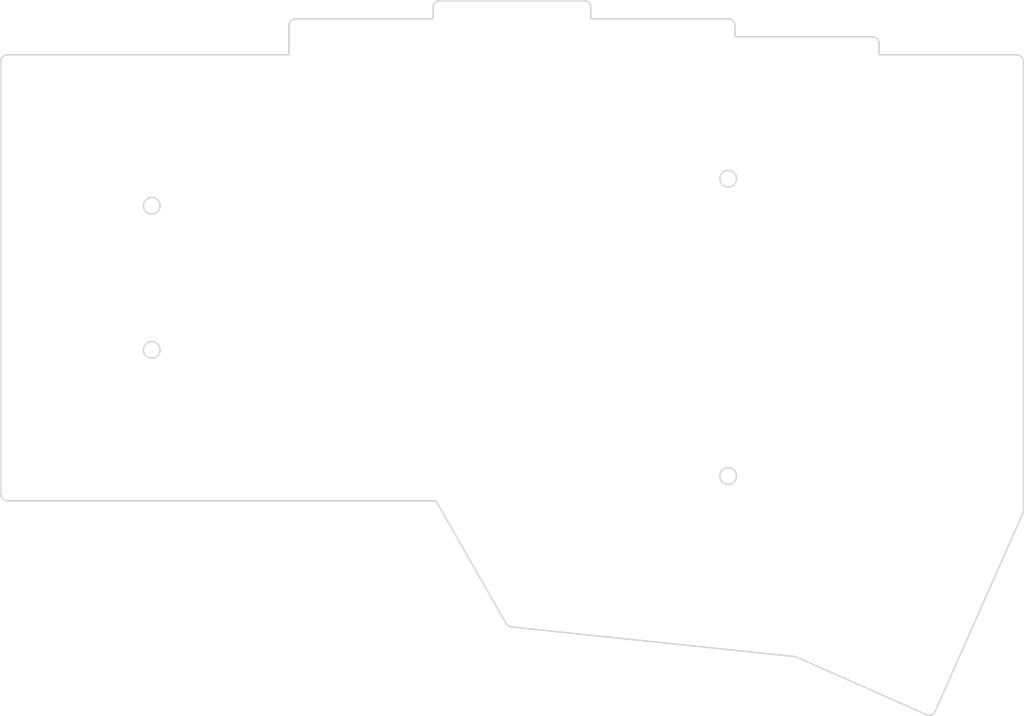
<source format=kicad_pcb>
(kicad_pcb (version 20221018) (generator pcbnew)

  (general
    (thickness 1.6)
  )

  (paper "A4")
  (title_block
    (date "2023-12-04")
  )

  (layers
    (0 "F.Cu" signal)
    (31 "B.Cu" signal)
    (32 "B.Adhes" user "B.Adhesive")
    (33 "F.Adhes" user "F.Adhesive")
    (34 "B.Paste" user)
    (35 "F.Paste" user)
    (36 "B.SilkS" user "B.Silkscreen")
    (37 "F.SilkS" user "F.Silkscreen")
    (38 "B.Mask" user)
    (39 "F.Mask" user)
    (40 "Dwgs.User" user "User.Drawings")
    (41 "Cmts.User" user "User.Comments")
    (42 "Eco1.User" user "User.Eco1")
    (43 "Eco2.User" user "User.Eco2")
    (44 "Edge.Cuts" user)
    (45 "Margin" user)
    (46 "B.CrtYd" user "B.Courtyard")
    (47 "F.CrtYd" user "F.Courtyard")
    (48 "B.Fab" user)
    (49 "F.Fab" user)
  )

  (setup
    (pad_to_mask_clearance 0.2)
    (aux_axis_origin 174 65.7)
    (grid_origin -4.262502 -16.16875)
    (pcbplotparams
      (layerselection 0x00010f0_ffffffff)
      (plot_on_all_layers_selection 0x0000000_00000000)
      (disableapertmacros false)
      (usegerberextensions true)
      (usegerberattributes false)
      (usegerberadvancedattributes false)
      (creategerberjobfile false)
      (dashed_line_dash_ratio 12.000000)
      (dashed_line_gap_ratio 3.000000)
      (svgprecision 6)
      (plotframeref false)
      (viasonmask false)
      (mode 1)
      (useauxorigin false)
      (hpglpennumber 1)
      (hpglpenspeed 20)
      (hpglpendiameter 15.000000)
      (dxfpolygonmode true)
      (dxfimperialunits true)
      (dxfusepcbnewfont true)
      (psnegative false)
      (psa4output false)
      (plotreference true)
      (plotvalue true)
      (plotinvisibletext false)
      (sketchpadsonfab false)
      (subtractmaskfromsilk false)
      (outputformat 1)
      (mirror false)
      (drillshape 0)
      (scaleselection 1)
      (outputdirectory "../../../../../../../Desktop/2020-08-15/jlcpcb/corne-top/")
    )
  )

  (net 0 "")

  (gr_curve (pts (xy -23.647391 -19.346015) (xy -23.566161 -19.277964) (xy -23.485437 -19.186319) (xy -23.426646 -19.073115))
    (stroke (width 0.2) (type solid)) (layer "Edge.Cuts") (tstamp 013138bd-a07b-4f69-b925-a06615e90efc))
  (gr_curve (pts (xy -23.937766 -19.506396) (xy -23.831657 -19.473167) (xy -23.735679 -19.419979) (xy -23.647391 -19.346015))
    (stroke (width 0.2) (type solid)) (layer "Edge.Cuts") (tstamp 04bcc68e-e060-4271-ac03-283919510c2a))
  (gr_circle (center -119.462454 21.829734) (end -118.362454 21.829734)
    (stroke (width 0.2) (type solid)) (fill none) (layer "Edge.Cuts") (tstamp 075fe4e4-817a-4a08-9a49-5185d9d2396f))
  (gr_curve (pts (xy -72.494656 58.173713) (xy -72.558918 58.099914) (xy -72.603066 58.022656) (xy -72.644369 57.950377))
    (stroke (width 0.2) (type solid)) (layer "Edge.Cuts") (tstamp 09c7571e-35d0-48f0-a217-046e03ddf301))
  (gr_line (start -34.384336 62.369967) (end -17.186286 69.984068)
    (stroke (width 0.2) (type solid)) (layer "Edge.Cuts") (tstamp 0d5a3348-b007-4389-bf4f-3fe9bb6443b8))
  (gr_line (start -82.278346 -23.314276) (end -82.278346 -21.933004)
    (stroke (width 0.2) (type solid)) (layer "Edge.Cuts") (tstamp 10822e78-c8fc-49a7-a73e-74c490716b1c))
  (gr_circle (center -119.462454 2.779733) (end -118.362454 2.779733)
    (stroke (width 0.2) (type solid)) (fill none) (layer "Edge.Cuts") (tstamp 113480db-3e24-43db-9fc9-5377c192b779))
  (gr_curve (pts (xy -138.412456 41.779738) (xy -138.533959 41.779738) (xy -138.663795 41.779738) (xy -138.803036 41.736134))
    (stroke (width 0.2) (type solid)) (layer "Edge.Cuts") (tstamp 11a5df2d-f769-4ff7-a023-2676cac28fb8))
  (gr_circle (center -43.278346 38.498363) (end -42.178346 38.498363)
    (stroke (width 0.2) (type solid)) (fill none) (layer "Edge.Cuts") (tstamp 155efd52-e4b6-486a-86ab-c174bf4a8f2c))
  (gr_line (start -43.378346 -21.934461) (end -61.428346 -21.934461)
    (stroke (width 0.2) (type solid)) (layer "Edge.Cuts") (tstamp 1607ff18-5569-4449-8ede-9ae022fc5dd0))
  (gr_line (start -71.880134 58.448814) (end -34.384336 62.369967)
    (stroke (width 0.2) (type solid)) (layer "Edge.Cuts") (tstamp 169a1c12-ba0e-4231-aaf2-03eba4a50a04))
  (gr_line (start -139.412463 -16.170415) (end -139.412456 40.779738)
    (stroke (width 0.2) (type solid)) (layer "Edge.Cuts") (tstamp 1cb5779c-8572-475d-9542-a6ecc469ced9))
  (gr_curve (pts (xy -23.342835 -18.814915) (xy -23.328346 -18.722579) (xy -23.328346 -18.634824) (xy -23.328346 -18.55))
    (stroke (width 0.2) (type solid)) (layer "Edge.Cuts") (tstamp 1eb7f74c-17c7-47d4-ae27-66bc46eb2421))
  (gr_line (start -23.328346 -17.16875) (end -23.328346 -18.55)
    (stroke (width 0.2) (type solid)) (layer "Edge.Cuts") (tstamp 1eef421e-0070-4420-87c3-bba1ac182f7e))
  (gr_curve (pts (xy -100.851461 -21.834704) (xy -100.758397 -21.883036) (xy -100.670244 -21.906435) (xy -100.593261 -21.918515))
    (stroke (width 0.2) (type solid)) (layer "Edge.Cuts") (tstamp 23534cf5-abda-48c5-9285-c12f45b3f5fd))
  (gr_curve (pts (xy -139.093411 41.575753) (xy -139.174641 41.507702) (xy -139.255365 41.416057) (xy -139.314156 41.302853))
    (stroke (width 0.2) (type solid)) (layer "Edge.Cuts") (tstamp 2ea9b89b-c0c3-43a4-8663-c8f6d4240503))
  (gr_curve (pts (xy -16.938184 70.078065) (xy -17.02848 70.053933) (xy -17.108723 70.018407) (xy -17.186286 69.984068))
    (stroke (width 0.2) (type solid)) (layer "Edge.Cuts") (tstamp 2ec641cd-5eb9-498c-951a-22b4f79c976e))
  (gr_line (start -15.867064 69.474505) (end -4.34811 43.456521)
    (stroke (width 0.2) (type solid)) (layer "Edge.Cuts") (tstamp 2fb202ed-7517-414e-9171-e0ea0e76e12c))
  (gr_curve (pts (xy -4.581548 -16.964765) (xy -4.500318 -16.896714) (xy -4.419594 -16.805069) (xy -4.360803 -16.691865))
    (stroke (width 0.2) (type solid)) (layer "Edge.Cuts") (tstamp 343c81f6-bdeb-4bec-af6d-917a1a19d59c))
  (gr_curve (pts (xy -42.392835 -21.199376) (xy -42.378346 -21.10704) (xy -42.378346 -21.019285) (xy -42.378346 -20.934461))
    (stroke (width 0.2) (type solid)) (layer "Edge.Cuts") (tstamp 35a78bbe-38d7-4dab-85e3-c7aef4901f08))
  (gr_line (start -42.378346 -19.55) (end -42.378346 -20.934461)
    (stroke (width 0.2) (type solid)) (layer "Edge.Cuts") (tstamp 36d83389-91a9-4ee1-a524-e5fba7332450))
  (gr_curve (pts (xy -101.284742 -21.323584) (xy -101.251513 -21.429692) (xy -101.198325 -21.52567) (xy -101.124361 -21.613959))
    (stroke (width 0.2) (type solid)) (layer "Edge.Cuts") (tstamp 38ab811d-d23d-4bfc-8d44-7516983b502c))
  (gr_curve (pts (xy -4.360803 -16.691865) (xy -4.312471 -16.598801) (xy -4.289072 -16.510648) (xy -4.276992 -16.433665))
    (stroke (width 0.2) (type solid)) (layer "Edge.Cuts") (tstamp 3969b5ca-dbba-4f86-8bca-685466109488))
  (gr_curve (pts (xy -138.935579 -17.072115) (xy -138.842516 -17.120446) (xy -138.754364 -17.143845) (xy -138.677381 -17.155925))
    (stroke (width 0.2) (type solid)) (layer "Edge.Cuts") (tstamp 40eaa94a-298d-46cf-a2ad-300b2cb40431))
  (gr_curve (pts (xy -4.262502 43.051692) (xy -4.262502 43.114725) (xy -4.262502 43.181926) (xy -4.278945 43.259681))
    (stroke (width 0.2) (type solid)) (layer "Edge.Cuts") (tstamp 4130d188-2d8b-4df6-ad71-155054346348))
  (gr_curve (pts (xy -62.428346 -24.314276) (xy -62.306843 -24.314276) (xy -62.177007 -24.314276) (xy -62.037766 -24.270672))
    (stroke (width 0.2) (type solid)) (layer "Edge.Cuts") (tstamp 54382cf9-e327-4549-bc57-a1618ceb9de3))
  (gr_curve (pts (xy -82.278346 -23.314276) (xy -82.278346 -23.435778) (xy -82.278346 -23.565614) (xy -82.234742 -23.704855))
    (stroke (width 0.2) (type solid)) (layer "Edge.Cuts") (tstamp 568bef73-a6da-4ebc-b842-79eb2c3f793c))
  (gr_curve (pts (xy -4.278945 43.259681) (xy -4.295387 43.337436) (xy -4.322593 43.398884) (xy -4.34811 43.456521))
    (stroke (width 0.2) (type solid)) (layer "Edge.Cuts") (tstamp 58e3f1bb-fd80-486d-9fa0-2ce94c82c01d))
  (gr_curve (pts (xy -42.697391 -21.730476) (xy -42.616161 -21.662426) (xy -42.535437 -21.57078) (xy -42.476646 -21.457576))
    (stroke (width 0.2) (type solid)) (layer "Edge.Cuts") (tstamp 58ea657f-0e78-4dec-966c-2323dab3bfc8))
  (gr_curve (pts (xy -139.397967 41.044653) (xy -139.412456 40.952317) (xy -139.412456 40.864562) (xy -139.412456 40.779738))
    (stroke (width 0.2) (type solid)) (layer "Edge.Cuts") (tstamp 5970026b-6290-45c4-8f50-8722ad144419))
  (gr_curve (pts (xy -100.593261 -21.918515) (xy -100.500925 -21.933004) (xy -100.41317 -21.933004) (xy -100.328346 -21.933004))
    (stroke (width 0.2) (type solid)) (layer "Edge.Cuts") (tstamp 5eea7b50-c0cb-4f85-97ad-4781f1d82bba))
  (gr_line (start -101.328346 -17.170632) (end -138.412469 -17.170415)
    (stroke (width 0.2) (type solid)) (layer "Edge.Cuts") (tstamp 6303a815-0292-4de7-91d3-d701cfcfbf98))
  (gr_curve (pts (xy -16.668158 70.105955) (xy -16.772821 70.112475) (xy -16.862901 70.098184) (xy -16.938184 70.078065))
    (stroke (width 0.2) (type solid)) (layer "Edge.Cuts") (tstamp 639a303b-f59c-4d5c-96c0-e443b8693c80))
  (gr_curve (pts (xy -61.747391 -24.110291) (xy -61.666161 -24.04224) (xy -61.585437 -23.950595) (xy -61.526646 -23.837391))
    (stroke (width 0.2) (type solid)) (layer "Edge.Cuts") (tstamp 696d3fdd-a4d4-48d3-9e67-32cb6acc250e))
  (gr_curve (pts (xy -16.329257 70.014586) (xy -16.424365 70.061313) (xy -16.540845 70.098025) (xy -16.668158 70.105955))
    (stroke (width 0.2) (type solid)) (layer "Edge.Cuts") (tstamp 6aec57fc-9433-47e5-a07a-ee6993e1fa89))
  (gr_curve (pts (xy -101.328346 -20.933004) (xy -101.328346 -21.054507) (xy -101.328346 -21.184343) (xy -101.284742 -21.323584))
    (stroke (width 0.2) (type solid)) (layer "Edge.Cuts") (tstamp 6c649f7d-38c3-4623-816b-0b6c58a280e4))
  (gr_curve (pts (xy -82.234742 -23.704855) (xy -82.201513 -23.810964) (xy -82.148325 -23.906942) (xy -82.074361 -23.99523))
    (stroke (width 0.2) (type solid)) (layer "Edge.Cuts") (tstamp 70a474bb-914e-4989-8f71-ae302040d55e))
  (gr_curve (pts (xy -138.803036 41.736134) (xy -138.909145 41.702905) (xy -139.005123 41.649717) (xy -139.093411 41.575753))
    (stroke (width 0.2) (type solid)) (layer "Edge.Cuts") (tstamp 7472bf71-4073-4a1b-9906-0af13e6ba7bd))
  (gr_line (start -138.412456 41.779738) (end -81.884744 41.779734)
    (stroke (width 0.2) (type solid)) (layer "Edge.Cuts") (tstamp 7aba5f35-327f-4f16-baa6-468f00ec54d1))
  (gr_curve (pts (xy -43.378346 -21.934461) (xy -43.256843 -21.934461) (xy -43.127007 -21.934461) (xy -42.987766 -21.890857))
    (stroke (width 0.2) (type solid)) (layer "Edge.Cuts") (tstamp 7e853a9a-aa4e-41cd-a113-7014a6a181bb))
  (gr_curve (pts (xy -15.867064 69.474505) (xy -15.916252 69.585606) (xy -15.968813 69.704327) (xy -16.065053 69.813996))
    (stroke (width 0.2) (type solid)) (layer "Edge.Cuts") (tstamp 87d576c9-6e32-4384-b209-4242d617159d))
  (gr_curve (pts (xy -101.124361 -21.613959) (xy -101.05631 -21.695189) (xy -100.964665 -21.775913) (xy -100.851461 -21.834704))
    (stroke (width 0.2) (type solid)) (layer "Edge.Cuts") (tstamp 89045f02-020b-4af1-9fd4-7bce95951d05))
  (gr_curve (pts (xy -139.314156 41.302853) (xy -139.362488 41.209789) (xy -139.385887 41.121636) (xy -139.397967 41.044653))
    (stroke (width 0.2) (type solid)) (layer "Edge.Cuts") (tstamp 8b64b242-3dfb-40a6-a1d1-fb517f57b1f9))
  (gr_circle (center -43.271782 -0.794121) (end -42.171782 -0.794121)
    (stroke (width 0.2) (type solid)) (fill none) (layer "Edge.Cuts") (tstamp 922c5431-d273-4ec6-a853-08cf4772cd37))
  (gr_curve (pts (xy -82.074361 -23.99523) (xy -82.00631 -24.07646) (xy -81.914665 -24.157184) (xy -81.801461 -24.215975))
    (stroke (width 0.2) (type solid)) (layer "Edge.Cuts") (tstamp 9981307f-e63c-4523-a911-d749c7369bd7))
  (gr_line (start -5.262502 -17.16875) (end -23.328346 -17.16875)
    (stroke (width 0.2) (type solid)) (layer "Edge.Cuts") (tstamp 99af9178-e239-46b3-826a-917b89a3f71c))
  (gr_curve (pts (xy -62.037766 -24.270672) (xy -61.931657 -24.237443) (xy -61.835679 -24.184255) (xy -61.747391 -24.110291))
    (stroke (width 0.2) (type solid)) (layer "Edge.Cuts") (tstamp a6c6f6de-4896-4e27-ad8e-10c27eff51fc))
  (gr_curve (pts (xy -61.526646 -23.837391) (xy -61.478314 -23.744327) (xy -61.454915 -23.656174) (xy -61.442835 -23.579191))
    (stroke (width 0.2) (type solid)) (layer "Edge.Cuts") (tstamp ab6e194f-bb4f-4427-9414-aba76bb9e4e6))
  (gr_curve (pts (xy -23.426646 -19.073115) (xy -23.378314 -18.980051) (xy -23.354915 -18.891898) (xy -23.342835 -18.814915))
    (stroke (width 0.2) (type solid)) (layer "Edge.Cuts") (tstamp afa60578-e291-4ec8-ac8d-d552933ad48e))
  (gr_curve (pts (xy -139.368859 -16.560995) (xy -139.33563 -16.667103) (xy -139.282442 -16.763081) (xy -139.208478 -16.85137))
    (stroke (width 0.2) (type solid)) (layer "Edge.Cuts") (tstamp afdc477c-3186-4008-89db-08e3777f5095))
  (gr_curve (pts (xy -71.880134 58.448814) (xy -71.995575 58.436742) (xy -72.128245 58.422868) (xy -72.26615 58.352736))
    (stroke (width 0.2) (type solid)) (layer "Edge.Cuts") (tstamp b0e58c18-07b7-4090-a93b-8daaa5bdcb58))
  (gr_curve (pts (xy -81.801461 -24.215975) (xy -81.708397 -24.264307) (xy -81.620244 -24.287706) (xy -81.543261 -24.299786))
    (stroke (width 0.2) (type solid)) (layer "Edge.Cuts") (tstamp b128eac5-0efa-4e2e-8874-9ffe0a2f3e36))
  (gr_curve (pts (xy -5.262502 -17.16875) (xy -5.141 -17.16875) (xy -5.011164 -17.16875) (xy -4.871923 -17.125146))
    (stroke (width 0.2) (type solid)) (layer "Edge.Cuts") (tstamp bd381829-3816-4bd7-9beb-91c24f1ca76f))
  (gr_line (start -61.428346 -21.934461) (end -61.428346 -23.314276)
    (stroke (width 0.2) (type solid)) (layer "Edge.Cuts") (tstamp bd8c4883-9a5b-4e57-a501-55b0c2574204))
  (gr_curve (pts (xy -42.476646 -21.457576) (xy -42.428314 -21.364512) (xy -42.404915 -21.276359) (xy -42.392835 -21.199376))
    (stroke (width 0.2) (type solid)) (layer "Edge.Cuts") (tstamp be293f86-4b3a-4987-9bd5-72e14080ac3f))
  (gr_line (start -101.328346 -20.933004) (end -101.328346 -17.170632)
    (stroke (width 0.2) (type solid)) (layer "Edge.Cuts") (tstamp c418c5ce-0273-4992-aad4-9202a8414649))
  (gr_curve (pts (xy -138.677381 -17.155925) (xy -138.585046 -17.170414) (xy -138.497292 -17.170415) (xy -138.412469 -17.170415))
    (stroke (width 0.2) (type solid)) (layer "Edge.Cuts") (tstamp c63015ad-fc40-4dde-9bef-54e767c72610))
  (gr_curve (pts (xy -81.543261 -24.299786) (xy -81.450925 -24.314276) (xy -81.36317 -24.314276) (xy -81.278346 -24.314276))
    (stroke (width 0.2) (type solid)) (layer "Edge.Cuts") (tstamp c8458348-ed2b-42e0-a935-f4b53d39697a))
  (gr_line (start -82.278346 -21.933004) (end -100.328346 -21.933004)
    (stroke (width 0.2) (type solid)) (layer "Edge.Cuts") (tstamp c8eea5d2-e8b0-41cb-bb28-40e36378b2a3))
  (gr_line (start -62.428346 -24.314276) (end -81.278346 -24.314276)
    (stroke (width 0.2) (type solid)) (layer "Edge.Cuts") (tstamp cd41097f-1626-4239-a04b-3efcf436c2b0))
  (gr_line (start -4.262502 43.051692) (end -4.262502 -16.16875)
    (stroke (width 0.2) (type solid)) (layer "Edge.Cuts") (tstamp da9a944e-8fcb-480c-b6a0-df8ace7c21cc))
  (gr_line (start -81.884744 41.779734) (end -72.644369 57.950377)
    (stroke (width 0.2) (type solid)) (layer "Edge.Cuts") (tstamp de99050e-108f-4fa6-9095-0be495577e66))
  (gr_curve (pts (xy -16.065053 69.813996) (xy -16.138393 69.897569) (xy -16.225883 69.963798) (xy -16.329257 70.014586))
    (stroke (width 0.2) (type solid)) (layer "Edge.Cuts") (tstamp e2e2e58d-67ef-4de6-8540-7aced1fe8fc6))
  (gr_curve (pts (xy -42.987766 -21.890857) (xy -42.881657 -21.857629) (xy -42.785679 -21.80444) (xy -42.697391 -21.730476))
    (stroke (width 0.2) (type solid)) (layer "Edge.Cuts") (tstamp e65c90e8-c263-4a7a-9e7f-40e4911e6c54))
  (gr_line (start -24.328346 -19.55) (end -42.378346 -19.55)
    (stroke (width 0.2) (type solid)) (layer "Edge.Cuts") (tstamp ecb5fcdb-66e6-4f4e-9632-dcf874f74bef))
  (gr_curve (pts (xy -4.871923 -17.125146) (xy -4.765814 -17.091917) (xy -4.669836 -17.038729) (xy -4.581548 -16.964765))
    (stroke (width 0.2) (type solid)) (layer "Edge.Cuts") (tstamp ee2eacaa-592c-45c3-8916-1e5064f54448))
  (gr_curve (pts (xy -139.412463 -16.170415) (xy -139.412463 -16.291918) (xy -139.412463 -16.421753) (xy -139.368859 -16.560995))
    (stroke (width 0.2) (type solid)) (layer "Edge.Cuts") (tstamp efaccb53-d2c8-4a25-b1bb-d9b0f0c4b092))
  (gr_curve (pts (xy -139.208478 -16.85137) (xy -139.140428 -16.932599) (xy -139.048782 -17.013323) (xy -138.935579 -17.072115))
    (stroke (width 0.2) (type solid)) (layer "Edge.Cuts") (tstamp f0aa14f1-8995-41ab-b48c-5f2c61e32113))
  (gr_curve (pts (xy -72.26615 58.352736) (xy -72.332835 58.318823) (xy -72.414574 58.265679) (xy -72.494656 58.173713))
    (stroke (width 0.2) (type solid)) (layer "Edge.Cuts") (tstamp f3316d58-9831-4455-9d4b-50f8415987f3))
  (gr_curve (pts (xy -4.276992 -16.433665) (xy -4.262502 -16.341329) (xy -4.262502 -16.253574) (xy -4.262502 -16.16875))
    (stroke (width 0.2) (type solid)) (layer "Edge.Cuts") (tstamp fb798b69-692b-4b5c-a564-f76eae7f55a0))
  (gr_curve (pts (xy -24.328346 -19.55) (xy -24.206843 -19.55) (xy -24.077007 -19.55) (xy -23.937766 -19.506396))
    (stroke (width 0.2) (type solid)) (layer "Edge.Cuts") (tstamp fd7b2a4a-9a40-4e51-9793-94c763896315))
  (gr_curve (pts (xy -61.442835 -23.579191) (xy -61.428346 -23.486855) (xy -61.428346 -23.3991) (xy -61.428346 -23.314276))
    (stroke (width 0.2) (type solid)) (layer "Edge.Cuts") (tstamp ff648719-c9a4-406e-a919-791c49c5ca03))

)

</source>
